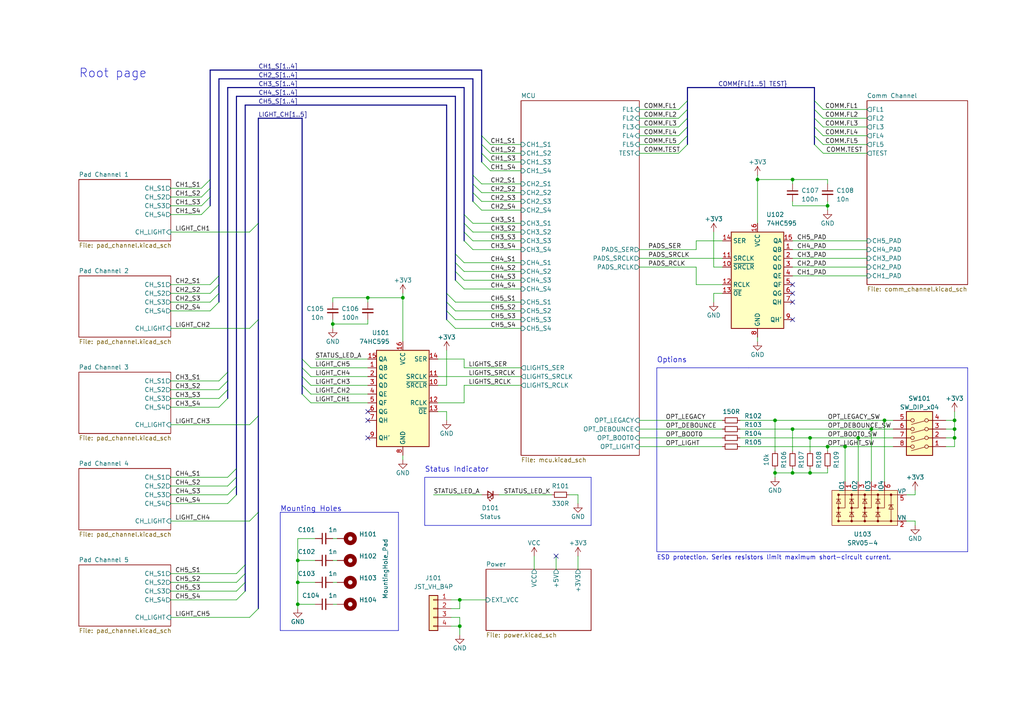
<source format=kicad_sch>
(kicad_sch (version 20230121) (generator eeschema)
  (paper "A4")
  (title_block (title "BD845-PWB SCH") (date "2023-06-14") (rev "1.1.0") (company "BlueDot Arcade, Vincenzo Fortunato") (comment 1 "bluedotarcade.com"))
  (lib_symbols
    (symbol "74xx:74HC595"
      (property "Reference" "U" (at -7.62 13.97 0))
      (property "Value" "74HC595" (at -7.62 -16.51 0))
      (symbol "74HC595_1_0"
        (pin tri_state line (at 10.16 7.62 180) (length 2.54) (name "QB") (number "1"))
        (pin input line (at -10.16 2.54 0) (length 2.54) (name "~{SRCLR}") (number "10"))
        (pin input line (at -10.16 5.08 0) (length 2.54) (name "SRCLK") (number "11"))
        (pin input line (at -10.16 -2.54 0) (length 2.54) (name "RCLK") (number "12"))
        (pin input line (at -10.16 -5.08 0) (length 2.54) (name "~{OE}") (number "13"))
        (pin input line (at -10.16 10.16 0) (length 2.54) (name "SER") (number "14"))
        (pin tri_state line (at 10.16 10.16 180) (length 2.54) (name "QA") (number "15"))
        (pin power_in line (at 0 15.24 270) (length 2.54) (name "VCC") (number "16"))
        (pin tri_state line (at 10.16 5.08 180) (length 2.54) (name "QC") (number "2"))
        (pin tri_state line (at 10.16 2.54 180) (length 2.54) (name "QD") (number "3"))
        (pin tri_state line (at 10.16 0 180) (length 2.54) (name "QE") (number "4"))
        (pin tri_state line (at 10.16 -2.54 180) (length 2.54) (name "QF") (number "5"))
        (pin tri_state line (at 10.16 -5.08 180) (length 2.54) (name "QG") (number "6"))
        (pin tri_state line (at 10.16 -7.62 180) (length 2.54) (name "QH") (number "7"))
        (pin power_in line (at 0 -17.78 90) (length 2.54) (name "GND") (number "8"))
        (pin output line (at 10.16 -12.7 180) (length 2.54) (name "QH'") (number "9"))
      )
      (symbol "74HC595_1_1"
        (rectangle (start -7.62 12.7) (end 7.62 -15.24) (stroke (width 0.254)) (fill (type background)))
      )
    )
    (symbol "Connector_Generic:Conn_01x04" (pin_names (offset 1.016) hide)
      (property "Reference" "J" (at 0 5.08 0))
      (property "Value" "Conn_01x04" (at 0 -7.62 0))
      (symbol "Conn_01x04_1_1"
        (rectangle (start -1.27 -4.953) (end 0 -5.207) (stroke (width 0.1524)))
        (rectangle (start -1.27 -2.413) (end 0 -2.667) (stroke (width 0.1524)))
        (rectangle (start -1.27 0.127) (end 0 -0.127) (stroke (width 0.1524)))
        (rectangle (start -1.27 2.667) (end 0 2.413) (stroke (width 0.1524)))
        (rectangle (start -1.27 3.81) (end 1.27 -6.35) (stroke (width 0.254)) (fill (type background)))
        (pin passive line (at -5.08 2.54 0) (length 3.81) (name "Pin_1") (number "1"))
        (pin passive line (at -5.08 0 0) (length 3.81) (name "Pin_2") (number "2"))
        (pin passive line (at -5.08 -2.54 0) (length 3.81) (name "Pin_3") (number "3"))
        (pin passive line (at -5.08 -5.08 0) (length 3.81) (name "Pin_4") (number "4"))
      )
    )
    (symbol "Device:C_Small" (pin_numbers hide) (pin_names (offset 0.254) hide)
      (property "Reference" "C" (at 0.254 1.778 0))
      (property "Value" "C_Small" (at 0.254 -2.032 0))
      (symbol "C_Small_0_1"
        (polyline (pts (xy -1.524 -0.508) (xy 1.524 -0.508)) (stroke (width 0.3302)))
        (polyline (pts (xy -1.524 0.508) (xy 1.524 0.508)) (stroke (width 0.3048)))
      )
      (symbol "C_Small_1_1"
        (pin passive line (at 0 2.54 270) (length 2.032) (name "~") (number "1"))
        (pin passive line (at 0 -2.54 90) (length 2.032) (name "~") (number "2"))
      )
    )
    (symbol "Device:LED_Small" (pin_numbers hide) (pin_names (offset 0.254) hide)
      (property "Reference" "D" (at -1.27 3.175 0))
      (property "Value" "LED_Small" (at -4.445 -2.54 0))
      (symbol "LED_Small_0_1"
        (polyline (pts (xy -0.762 -1.016) (xy -0.762 1.016)) (stroke (width 0.254)))
        (polyline (pts (xy 1.016 0) (xy -0.762 0)))
        (polyline (pts (xy 0.762 -1.016) (xy -0.762 0) (xy 0.762 1.016) (xy 0.762 -1.016)) (stroke (width 0.254)))
        (polyline (pts (xy 0 0.762) (xy -0.508 1.27) (xy -0.254 1.27) (xy -0.508 1.27) (xy -0.508 1.016)))
        (polyline (pts (xy 0.508 1.27) (xy 0 1.778) (xy 0.254 1.778) (xy 0 1.778) (xy 0 1.524)))
      )
      (symbol "LED_Small_1_1"
        (pin passive line (at -2.54 0 0) (length 1.778) (name "K") (number "1"))
        (pin passive line (at 2.54 0 180) (length 1.778) (name "A") (number "2"))
      )
    )
    (symbol "Device:R_Small" (pin_numbers hide) (pin_names (offset 0.254) hide)
      (property "Reference" "R" (at 0.762 0.508 0))
      (property "Value" "R_Small" (at 0.762 -1.016 0))
      (symbol "R_Small_0_1"
        (rectangle (start -0.762 1.778) (end 0.762 -1.778) (stroke (width 0.2032)))
      )
      (symbol "R_Small_1_1"
        (pin passive line (at 0 2.54 270) (length 0.762) (name "~") (number "1"))
        (pin passive line (at 0 -2.54 90) (length 0.762) (name "~") (number "2"))
      )
    )
    (symbol "Mechanical:MountingHole_Pad" (pin_numbers hide) (pin_names (offset 1.016) hide)
      (property "Reference" "H" (at 0 6.35 0))
      (property "Value" "MountingHole_Pad" (at 0 4.445 0))
      (symbol "MountingHole_Pad_0_1"
        (circle (center 0 1.27) (radius 1.27) (stroke (width 1.27)))
      )
      (symbol "MountingHole_Pad_1_1"
        (pin input line (at 0 -2.54 90) (length 2.54) (name "1") (number "1"))
      )
    )
    (symbol "ProjectLibrary:SRV05-4" (pin_names (offset 0))
      (property "Reference" "U" (at -7.62 -6.985 0))
      (property "Value" "SRV05-4" (at 0 -6.985 0))
      (symbol "SRV05-4_0_0"
        (polyline (pts (xy -6.985 -3.81) (xy -6.985 3.81)))
        (polyline (pts (xy -3.175 -3.81) (xy -3.175 3.81)))
        (polyline (pts (xy 0.635 -3.81) (xy 0.635 3.81)))
        (polyline (pts (xy 4.445 -3.81) (xy 4.445 3.81)))
      )
      (symbol "SRV05-4_0_1"
        (rectangle (start -8.89 5.08) (end 10.16 -5.08) (fill (type background)))
        (circle (center -6.985 -3.81) (radius 0.2794) (fill (type outline)))
        (circle (center -6.985 0) (radius 0.2794) (fill (type outline)))
        (circle (center -6.985 3.81) (radius 0.2794) (fill (type outline)))
        (circle (center -3.175 -3.81) (radius 0.2794) (fill (type outline)))
        (circle (center -3.175 0) (radius 0.2794) (fill (type outline)))
        (circle (center -3.175 3.81) (radius 0.2794) (fill (type outline)))
        (polyline (pts (xy -6.35 -1.27) (xy -7.62 -1.27)))
        (polyline (pts (xy -6.35 2.54) (xy -7.62 2.54)))
        (polyline (pts (xy -2.54 -1.27) (xy -3.81 -1.27)))
        (polyline (pts (xy -2.54 2.54) (xy -3.81 2.54)))
        (polyline (pts (xy 1.27 -1.27) (xy 0 -1.27)))
        (polyline (pts (xy 1.27 2.54) (xy 0 2.54)))
        (polyline (pts (xy 5.08 -1.27) (xy 3.81 -1.27)))
        (polyline (pts (xy 5.08 2.54) (xy 3.81 2.54)))
        (polyline (pts (xy 8.255 3.81) (xy 8.255 -3.81)))
        (polyline (pts (xy 10.16 -3.81) (xy -6.985 -3.81)))
        (polyline (pts (xy 10.16 3.81) (xy -6.985 3.81)))
        (polyline (pts (xy -6.985 0) (xy -5.08 0) (xy -5.08 5.08)))
        (polyline (pts (xy -3.175 0) (xy -1.27 0) (xy -1.27 5.08)))
        (polyline (pts (xy 0.635 0) (xy 2.54 0) (xy 2.54 5.08)))
        (polyline (pts (xy 4.445 0) (xy 6.35 0) (xy 6.35 5.08)))
        (polyline (pts (xy 8.89 0.889) (xy 7.62 0.889) (xy 7.62 0.635)))
        (polyline (pts (xy -6.35 -2.54) (xy -7.62 -2.54) (xy -6.985 -1.27) (xy -6.35 -2.54)))
        (polyline (pts (xy -6.35 1.27) (xy -7.62 1.27) (xy -6.985 2.54) (xy -6.35 1.27)))
        (polyline (pts (xy -2.54 -2.54) (xy -3.81 -2.54) (xy -3.175 -1.27) (xy -2.54 -2.54)))
        (polyline (pts (xy -2.54 1.27) (xy -3.81 1.27) (xy -3.175 2.54) (xy -2.54 1.27)))
        (polyline (pts (xy 1.27 -2.54) (xy 0 -2.54) (xy 0.635 -1.27) (xy 1.27 -2.54)))
        (polyline (pts (xy 1.27 1.27) (xy 0 1.27) (xy 0.635 2.54) (xy 1.27 1.27)))
        (polyline (pts (xy 5.08 -2.54) (xy 3.81 -2.54) (xy 4.445 -1.27) (xy 5.08 -2.54)))
        (polyline (pts (xy 5.08 1.27) (xy 3.81 1.27) (xy 4.445 2.54) (xy 5.08 1.27)))
        (polyline (pts (xy 8.89 -0.381) (xy 7.62 -0.381) (xy 8.255 0.889) (xy 8.89 -0.381)))
        (circle (center 0.635 -3.81) (radius 0.2794) (fill (type outline)))
        (circle (center 0.635 0) (radius 0.2794) (fill (type outline)))
        (circle (center 0.635 3.81) (radius 0.2794) (fill (type outline)))
        (circle (center 4.445 -3.81) (radius 0.2794) (fill (type outline)))
        (circle (center 4.445 0) (radius 0.2794) (fill (type outline)))
        (circle (center 4.445 3.81) (radius 0.2794) (fill (type outline)))
        (circle (center 8.255 -3.81) (radius 0.2794) (fill (type outline)))
        (circle (center 8.255 3.81) (radius 0.2794) (fill (type outline)))
      )
      (symbol "SRV05-4_1_1"
        (pin passive line (at -5.08 7.62 270) (length 2.54) (name "IO1") (number "1"))
        (pin passive line (at 12.7 -3.81 180) (length 2.54) (name "VN") (number "2"))
        (pin passive line (at -1.27 7.62 270) (length 2.54) (name "IO2") (number "3"))
        (pin passive line (at 2.54 7.62 270) (length 2.54) (name "IO3") (number "4"))
        (pin passive line (at 12.7 3.81 180) (length 2.54) (name "VP") (number "5"))
        (pin passive line (at 6.35 7.62 270) (length 2.54) (name "IO4") (number "6"))
      )
    )
    (symbol "Switch:SW_DIP_x04" (pin_names (offset 0) hide)
      (property "Reference" "SW" (at 0 8.89 0))
      (property "Value" "SW_DIP_x04" (at 0 -6.35 0))
      (symbol "SW_DIP_x04_0_0"
        (circle (center -2.032 -2.54) (radius 0.508))
        (circle (center -2.032 0) (radius 0.508))
        (circle (center -2.032 2.54) (radius 0.508))
        (circle (center -2.032 5.08) (radius 0.508))
        (polyline (pts (xy -1.524 -2.3876) (xy 2.3622 -1.3462)))
        (polyline (pts (xy -1.524 0.127) (xy 2.3622 1.1684)))
        (polyline (pts (xy -1.524 2.667) (xy 2.3622 3.7084)))
        (polyline (pts (xy -1.524 5.207) (xy 2.3622 6.2484)))
        (circle (center 2.032 -2.54) (radius 0.508))
        (circle (center 2.032 0) (radius 0.508))
        (circle (center 2.032 2.54) (radius 0.508))
        (circle (center 2.032 5.08) (radius 0.508))
      )
      (symbol "SW_DIP_x04_0_1"
        (rectangle (start -3.81 7.62) (end 3.81 -5.08) (stroke (width 0.254)) (fill (type background)))
      )
      (symbol "SW_DIP_x04_1_1"
        (pin passive line (at -7.62 5.08 0) (length 5.08) (name "~") (number "1"))
        (pin passive line (at -7.62 2.54 0) (length 5.08) (name "~") (number "2"))
        (pin passive line (at -7.62 0 0) (length 5.08) (name "~") (number "3"))
        (pin passive line (at -7.62 -2.54 0) (length 5.08) (name "~") (number "4"))
        (pin passive line (at 7.62 -2.54 180) (length 5.08) (name "~") (number "5"))
        (pin passive line (at 7.62 0 180) (length 5.08) (name "~") (number "6"))
        (pin passive line (at 7.62 2.54 180) (length 5.08) (name "~") (number "7"))
        (pin passive line (at 7.62 5.08 180) (length 5.08) (name "~") (number "8"))
      )
    )
    (symbol "power:+3V3" (power) (pin_names (offset 0))
      (property "Value" "+3V3" (at 0 3.556 0))
      (symbol "+3V3_0_1"
        (polyline (pts (xy -0.762 1.27) (xy 0 2.54)))
        (polyline (pts (xy 0 0) (xy 0 2.54)))
        (polyline (pts (xy 0 2.54) (xy 0.762 1.27)))
      )
      (symbol "+3V3_1_1"
        (pin power_in line (at 0 0 90) (length 0) hide (name "+3V3") (number "1"))
      )
    )
    (symbol "power:GND" (power) (pin_names (offset 0))
      (property "Value" "GND" (at 0 -3.81 0))
      (symbol "GND_0_1"
        (polyline (pts (xy 0 0) (xy 0 -1.27) (xy 1.27 -1.27) (xy 0 -2.54) (xy -1.27 -1.27) (xy 0 -1.27)))
      )
      (symbol "GND_1_1"
        (pin power_in line (at 0 0 270) (length 0) hide (name "GND") (number "1"))
      )
    )
    (symbol "power:VCC" (power) (pin_names (offset 0))
      (property "Value" "VCC" (at 0 3.81 0))
      (symbol "VCC_0_1"
        (polyline (pts (xy -0.762 1.27) (xy 0 2.54)))
        (polyline (pts (xy 0 0) (xy 0 2.54)))
        (polyline (pts (xy 0 2.54) (xy 0.762 1.27)))
      )
      (symbol "VCC_1_1"
        (pin power_in line (at 0 0 90) (length 0) hide (name "VCC") (number "1"))
      )
    )
  )
  (junction (at 276.86 127))
  (junction (at 86.36 162.56))
  (junction (at 224.79 137.16))
  (junction (at 234.95 127))
  (junction (at 248.92 127))
  (junction (at 276.86 121.92))
  (junction (at 234.95 137.16))
  (junction (at 229.87 124.46))
  (junction (at 224.79 121.92))
  (junction (at 86.36 175.26))
  (junction (at 245.11 129.54))
  (junction (at 106.68 86.36))
  (junction (at 86.36 168.91))
  (junction (at 240.03 129.54))
  (junction (at 96.52 93.98))
  (junction (at 229.87 137.16))
  (junction (at 256.54 121.92))
  (junction (at 133.35 181.61))
  (junction (at 276.86 124.46))
  (junction (at 229.87 52.07))
  (junction (at 116.84 86.36))
  (junction (at 219.71 52.07))
  (junction (at 252.73 124.46))
  (junction (at 133.35 173.99))
  (junction (at 240.03 59.69))
  (no_connect (at 161.29 161.29))
  (no_connect (at 106.68 121.92))
  (no_connect (at 229.87 87.63))
  (no_connect (at 106.68 119.38))
  (no_connect (at 229.87 92.71))
  (no_connect (at 229.87 82.55))
  (no_connect (at 229.87 85.09))
  (no_connect (at 106.68 127))
  (bus_entry (at 68.58 171.45) (size 2.54 -2.54))
  (bus_entry (at 134.62 62.23) (size 2.54 2.54))
  (bus_entry (at 68.58 168.91) (size 2.54 -2.54))
  (bus_entry (at 196.85 44.45) (size 2.54 -2.54))
  (bus_entry (at 66.04 140.97) (size 2.54 -2.54))
  (bus_entry (at 72.39 67.31) (size 2.54 -2.54))
  (bus_entry (at 129.54 90.17) (size 2.54 2.54))
  (bus_entry (at 238.76 36.83) (size -2.54 -2.54))
  (bus_entry (at 72.39 123.19) (size 2.54 -2.54))
  (bus_entry (at 87.63 109.22) (size 2.54 2.54))
  (bus_entry (at 132.08 78.74) (size 2.54 2.54))
  (bus_entry (at 68.58 173.99) (size 2.54 -2.54))
  (bus_entry (at 139.7 44.45) (size 2.54 2.54))
  (bus_entry (at 139.7 39.37) (size 2.54 2.54))
  (bus_entry (at 238.76 44.45) (size -2.54 -2.54))
  (bus_entry (at 196.85 39.37) (size 2.54 -2.54))
  (bus_entry (at 196.85 36.83) (size 2.54 -2.54))
  (bus_entry (at 66.04 143.51) (size 2.54 -2.54))
  (bus_entry (at 63.5 118.11) (size 2.54 -2.54))
  (bus_entry (at 134.62 67.31) (size 2.54 2.54))
  (bus_entry (at 196.85 31.75) (size 2.54 -2.54))
  (bus_entry (at 139.7 41.91) (size 2.54 2.54))
  (bus_entry (at 132.08 73.66) (size 2.54 2.54))
  (bus_entry (at 87.63 114.3) (size 2.54 2.54))
  (bus_entry (at 72.39 95.25) (size 2.54 -2.54))
  (bus_entry (at 137.16 53.34) (size 2.54 2.54))
  (bus_entry (at 60.96 82.55) (size 2.54 -2.54))
  (bus_entry (at 137.16 58.42) (size 2.54 2.54))
  (bus_entry (at 196.85 41.91) (size 2.54 -2.54))
  (bus_entry (at 238.76 39.37) (size -2.54 -2.54))
  (bus_entry (at 72.39 179.07) (size 2.54 -2.54))
  (bus_entry (at 66.04 146.05) (size 2.54 -2.54))
  (bus_entry (at 87.63 111.76) (size 2.54 2.54))
  (bus_entry (at 60.96 90.17) (size 2.54 -2.54))
  (bus_entry (at 139.7 46.99) (size 2.54 2.54))
  (bus_entry (at 238.76 34.29) (size -2.54 -2.54))
  (bus_entry (at 87.63 106.68) (size 2.54 2.54))
  (bus_entry (at 132.08 76.2) (size 2.54 2.54))
  (bus_entry (at 66.04 138.43) (size 2.54 -2.54))
  (bus_entry (at 63.5 115.57) (size 2.54 -2.54))
  (bus_entry (at 58.42 62.23) (size 2.54 -2.54))
  (bus_entry (at 238.76 41.91) (size -2.54 -2.54))
  (bus_entry (at 60.96 87.63) (size 2.54 -2.54))
  (bus_entry (at 58.42 54.61) (size 2.54 -2.54))
  (bus_entry (at 60.96 85.09) (size 2.54 -2.54))
  (bus_entry (at 58.42 59.69) (size 2.54 -2.54))
  (bus_entry (at 72.39 151.13) (size 2.54 -2.54))
  (bus_entry (at 63.5 113.03) (size 2.54 -2.54))
  (bus_entry (at 137.16 50.8) (size 2.54 2.54))
  (bus_entry (at 129.54 85.09) (size 2.54 2.54))
  (bus_entry (at 238.76 31.75) (size -2.54 -2.54))
  (bus_entry (at 129.54 87.63) (size 2.54 2.54))
  (bus_entry (at 196.85 34.29) (size 2.54 -2.54))
  (bus_entry (at 137.16 55.88) (size 2.54 2.54))
  (bus_entry (at 63.5 110.49) (size 2.54 -2.54))
  (bus_entry (at 87.63 104.14) (size 2.54 2.54))
  (bus_entry (at 134.62 64.77) (size 2.54 2.54))
  (bus_entry (at 68.58 166.37) (size 2.54 -2.54))
  (bus_entry (at 134.62 69.85) (size 2.54 2.54))
  (bus_entry (at 58.42 57.15) (size 2.54 -2.54))
  (bus_entry (at 132.08 81.28) (size 2.54 2.54))
  (bus_entry (at 129.54 92.71) (size 2.54 2.54))
  (wire (pts (xy 229.87 124.46) (xy 252.73 124.46)))
  (wire (pts (xy 49.53 166.37) (xy 68.58 166.37)))
  (wire (pts (xy 219.71 50.8) (xy 219.71 52.07)))
  (bus (pts (xy 132.08 76.2) (xy 132.08 73.66)))
  (bus (pts (xy 129.54 90.17) (xy 129.54 87.63)))
  (wire (pts (xy 201.93 69.85) (xy 209.55 69.85)))
  (wire (pts (xy 132.08 95.25) (xy 151.13 95.25)))
  (wire (pts (xy 167.64 143.51) (xy 167.64 146.05)))
  (wire (pts (xy 201.93 77.47) (xy 201.93 82.55)))
  (wire (pts (xy 262.89 143.51) (xy 265.43 143.51)))
  (bus (pts (xy 68.58 140.97) (xy 68.58 143.51)))
  (bus (pts (xy 139.7 39.37) (xy 139.7 20.32)))
  (wire (pts (xy 229.87 69.85) (xy 251.46 69.85)))
  (wire (pts (xy 134.62 111.76) (xy 134.62 116.84)))
  (wire (pts (xy 185.42 72.39) (xy 201.93 72.39)))
  (bus (pts (xy 74.93 120.65) (xy 74.93 148.59)))
  (wire (pts (xy 238.76 39.37) (xy 251.46 39.37)))
  (bus (pts (xy 71.12 30.48) (xy 129.54 30.48)))
  (wire (pts (xy 139.7 55.88) (xy 151.13 55.88)))
  (wire (pts (xy 142.24 49.53) (xy 151.13 49.53)))
  (bus (pts (xy 71.12 166.37) (xy 71.12 168.91)))
  (wire (pts (xy 201.93 72.39) (xy 201.93 69.85)))
  (bus (pts (xy 68.58 135.89) (xy 68.58 138.43)))
  (wire (pts (xy 134.62 83.82) (xy 151.13 83.82)))
  (bus (pts (xy 74.93 148.59) (xy 74.93 176.53)))
  (bus (pts (xy 63.5 85.09) (xy 63.5 87.63)))
  (bus (pts (xy 199.39 31.75) (xy 199.39 29.21)))
  (wire (pts (xy 151.13 106.68) (xy 134.62 106.68)))
  (wire (pts (xy 127 111.76) (xy 129.54 111.76)))
  (wire (pts (xy 238.76 44.45) (xy 251.46 44.45)))
  (bus (pts (xy 60.96 52.07) (xy 60.96 54.61)))
  (bus (pts (xy 74.93 92.71) (xy 74.93 120.65)))
  (wire (pts (xy 248.92 127) (xy 248.92 139.7)))
  (wire (pts (xy 90.17 114.3) (xy 106.68 114.3)))
  (wire (pts (xy 185.42 74.93) (xy 209.55 74.93)))
  (polyline (pts (xy 280.67 106.68) (xy 280.67 160.02)))
  (wire (pts (xy 240.03 52.07) (xy 240.03 53.34)))
  (wire (pts (xy 185.42 41.91) (xy 196.85 41.91)))
  (bus (pts (xy 68.58 138.43) (xy 68.58 140.97)))
  (wire (pts (xy 49.53 87.63) (xy 60.96 87.63)))
  (bus (pts (xy 60.96 20.32) (xy 139.7 20.32)))
  (bus (pts (xy 139.7 44.45) (xy 139.7 41.91)))
  (wire (pts (xy 137.16 69.85) (xy 151.13 69.85)))
  (wire (pts (xy 276.86 124.46) (xy 276.86 127)))
  (wire (pts (xy 252.73 124.46) (xy 259.08 124.46)))
  (bus (pts (xy 236.22 29.21) (xy 236.22 25.4)))
  (wire (pts (xy 274.32 121.92) (xy 276.86 121.92)))
  (wire (pts (xy 234.95 127) (xy 248.92 127)))
  (wire (pts (xy 224.79 121.92) (xy 224.79 130.81)))
  (wire (pts (xy 238.76 41.91) (xy 251.46 41.91)))
  (polyline (pts (xy 115.57 148.59) (xy 115.57 182.88)))
  (wire (pts (xy 116.84 132.08) (xy 116.84 133.35)))
  (bus (pts (xy 66.04 113.03) (xy 66.04 110.49)))
  (wire (pts (xy 125.73 143.51) (xy 139.7 143.51)))
  (wire (pts (xy 86.36 168.91) (xy 86.36 162.56)))
  (wire (pts (xy 137.16 67.31) (xy 151.13 67.31)))
  (bus (pts (xy 74.93 64.77) (xy 74.93 92.71)))
  (wire (pts (xy 86.36 175.26) (xy 91.44 175.26)))
  (bus (pts (xy 129.54 87.63) (xy 129.54 85.09)))
  (bus (pts (xy 66.04 25.4) (xy 134.62 25.4)))
  (wire (pts (xy 96.52 175.26) (xy 97.79 175.26)))
  (wire (pts (xy 49.53 173.99) (xy 68.58 173.99)))
  (bus (pts (xy 199.39 34.29) (xy 199.39 31.75)))
  (wire (pts (xy 185.42 44.45) (xy 196.85 44.45)))
  (wire (pts (xy 229.87 59.69) (xy 229.87 58.42)))
  (wire (pts (xy 132.08 92.71) (xy 151.13 92.71)))
  (wire (pts (xy 276.86 119.38) (xy 276.86 121.92)))
  (wire (pts (xy 256.54 121.92) (xy 259.08 121.92)))
  (wire (pts (xy 132.08 90.17) (xy 151.13 90.17)))
  (wire (pts (xy 90.17 106.68) (xy 106.68 106.68)))
  (wire (pts (xy 185.42 31.75) (xy 196.85 31.75)))
  (wire (pts (xy 49.53 143.51) (xy 66.04 143.51)))
  (bus (pts (xy 137.16 53.34) (xy 137.16 55.88)))
  (wire (pts (xy 96.52 92.71) (xy 96.52 93.98)))
  (bus (pts (xy 132.08 81.28) (xy 132.08 78.74)))
  (wire (pts (xy 86.36 162.56) (xy 91.44 162.56)))
  (wire (pts (xy 49.53 57.15) (xy 58.42 57.15)))
  (wire (pts (xy 185.42 121.92) (xy 209.55 121.92)))
  (wire (pts (xy 134.62 106.68) (xy 134.62 104.14)))
  (wire (pts (xy 96.52 93.98) (xy 96.52 95.25)))
  (bus (pts (xy 87.63 34.29) (xy 87.63 104.14)))
  (wire (pts (xy 139.7 53.34) (xy 151.13 53.34)))
  (wire (pts (xy 151.13 109.22) (xy 127 109.22)))
  (wire (pts (xy 49.53 171.45) (xy 68.58 171.45)))
  (wire (pts (xy 276.86 121.92) (xy 276.86 124.46)))
  (polyline (pts (xy 123.19 138.43) (xy 123.19 152.4)))
  (wire (pts (xy 49.53 140.97) (xy 66.04 140.97)))
  (wire (pts (xy 96.52 86.36) (xy 96.52 87.63)))
  (wire (pts (xy 165.1 143.51) (xy 167.64 143.51)))
  (wire (pts (xy 276.86 127) (xy 276.86 129.54)))
  (polyline (pts (xy 123.19 152.4) (xy 171.45 152.4)))
  (wire (pts (xy 185.42 129.54) (xy 209.55 129.54)))
  (wire (pts (xy 262.89 151.13) (xy 265.43 151.13)))
  (wire (pts (xy 130.81 181.61) (xy 133.35 181.61)))
  (wire (pts (xy 49.53 118.11) (xy 63.5 118.11)))
  (wire (pts (xy 139.7 58.42) (xy 151.13 58.42)))
  (wire (pts (xy 240.03 129.54) (xy 240.03 130.81)))
  (wire (pts (xy 248.92 127) (xy 259.08 127)))
  (wire (pts (xy 214.63 121.92) (xy 224.79 121.92)))
  (wire (pts (xy 229.87 137.16) (xy 229.87 135.89)))
  (bus (pts (xy 137.16 50.8) (xy 137.16 22.86)))
  (wire (pts (xy 106.68 92.71) (xy 106.68 93.98)))
  (bus (pts (xy 134.62 64.77) (xy 134.62 67.31)))
  (wire (pts (xy 144.78 143.51) (xy 160.02 143.51)))
  (bus (pts (xy 236.22 39.37) (xy 236.22 36.83)))
  (bus (pts (xy 236.22 34.29) (xy 236.22 31.75)))
  (wire (pts (xy 224.79 137.16) (xy 224.79 138.43)))
  (wire (pts (xy 151.13 111.76) (xy 134.62 111.76)))
  (bus (pts (xy 87.63 106.68) (xy 87.63 109.22)))
  (wire (pts (xy 132.08 87.63) (xy 151.13 87.63)))
  (wire (pts (xy 229.87 52.07) (xy 240.03 52.07)))
  (wire (pts (xy 209.55 85.09) (xy 207.01 85.09)))
  (bus (pts (xy 63.5 22.86) (xy 137.16 22.86)))
  (polyline (pts (xy 81.28 148.59) (xy 115.57 148.59)) (stroke (width 0) (type solid)))
  (wire (pts (xy 137.16 72.39) (xy 151.13 72.39)))
  (polyline (pts (xy 171.45 152.4) (xy 171.45 138.43)))
  (bus (pts (xy 63.5 80.01) (xy 63.5 82.55)))
  (wire (pts (xy 142.24 41.91) (xy 151.13 41.91)))
  (wire (pts (xy 49.53 151.13) (xy 72.39 151.13)))
  (wire (pts (xy 86.36 175.26) (xy 86.36 176.53)))
  (bus (pts (xy 68.58 27.94) (xy 132.08 27.94)))
  (wire (pts (xy 86.36 175.26) (xy 86.36 168.91)))
  (bus (pts (xy 139.7 46.99) (xy 139.7 44.45)))
  (wire (pts (xy 207.01 77.47) (xy 207.01 67.31)))
  (wire (pts (xy 86.36 168.91) (xy 91.44 168.91)))
  (bus (pts (xy 71.12 30.48) (xy 71.12 163.83)))
  (wire (pts (xy 90.17 116.84) (xy 106.68 116.84)))
  (wire (pts (xy 240.03 59.69) (xy 229.87 59.69)))
  (bus (pts (xy 236.22 41.91) (xy 236.22 39.37)))
  (polyline (pts (xy 217.17 106.68) (xy 280.67 106.68)))
  (bus (pts (xy 71.12 163.83) (xy 71.12 166.37)))
  (wire (pts (xy 133.35 176.53) (xy 133.35 173.99)))
  (wire (pts (xy 274.32 127) (xy 276.86 127)))
  (bus (pts (xy 134.62 25.4) (xy 134.62 62.23)))
  (wire (pts (xy 137.16 64.77) (xy 151.13 64.77)))
  (wire (pts (xy 209.55 77.47) (xy 207.01 77.47)))
  (wire (pts (xy 90.17 109.22) (xy 106.68 109.22)))
  (wire (pts (xy 185.42 36.83) (xy 196.85 36.83)))
  (wire (pts (xy 229.87 124.46) (xy 229.87 130.81)))
  (bus (pts (xy 60.96 20.32) (xy 60.96 52.07)))
  (bus (pts (xy 137.16 50.8) (xy 137.16 53.34)))
  (wire (pts (xy 49.53 123.19) (xy 72.39 123.19)))
  (bus (pts (xy 132.08 78.74) (xy 132.08 76.2)))
  (wire (pts (xy 265.43 143.51) (xy 265.43 142.24)))
  (polyline (pts (xy 190.5 106.68) (xy 217.17 106.68)))
  (wire (pts (xy 219.71 97.79) (xy 219.71 99.06)))
  (bus (pts (xy 139.7 41.91) (xy 139.7 39.37)))
  (wire (pts (xy 240.03 135.89) (xy 240.03 137.16)))
  (wire (pts (xy 49.53 82.55) (xy 60.96 82.55)))
  (wire (pts (xy 229.87 137.16) (xy 234.95 137.16)))
  (wire (pts (xy 245.11 129.54) (xy 245.11 139.7)))
  (wire (pts (xy 219.71 52.07) (xy 229.87 52.07)))
  (bus (pts (xy 132.08 73.66) (xy 132.08 27.94)))
  (bus (pts (xy 199.39 41.91) (xy 199.39 39.37)))
  (wire (pts (xy 167.64 161.29) (xy 167.64 165.1)))
  (wire (pts (xy 134.62 76.2) (xy 151.13 76.2)))
  (polyline (pts (xy 81.28 182.88) (xy 81.28 148.59)))
  (wire (pts (xy 49.53 62.23) (xy 58.42 62.23)))
  (wire (pts (xy 96.52 93.98) (xy 106.68 93.98)))
  (wire (pts (xy 96.52 156.21) (xy 97.79 156.21)))
  (wire (pts (xy 219.71 52.07) (xy 219.71 64.77)))
  (wire (pts (xy 229.87 74.93) (xy 251.46 74.93)))
  (wire (pts (xy 224.79 121.92) (xy 256.54 121.92)))
  (wire (pts (xy 185.42 127) (xy 209.55 127)))
  (wire (pts (xy 96.52 162.56) (xy 97.79 162.56)))
  (wire (pts (xy 214.63 127) (xy 234.95 127)))
  (bus (pts (xy 87.63 111.76) (xy 87.63 114.3)))
  (wire (pts (xy 238.76 34.29) (xy 251.46 34.29)))
  (polyline (pts (xy 190.5 160.02) (xy 190.5 106.68)))
  (wire (pts (xy 133.35 173.99) (xy 140.97 173.99)))
  (wire (pts (xy 49.53 67.31) (xy 72.39 67.31)))
  (wire (pts (xy 106.68 86.36) (xy 96.52 86.36)))
  (wire (pts (xy 49.53 168.91) (xy 68.58 168.91)))
  (wire (pts (xy 142.24 46.99) (xy 151.13 46.99)))
  (wire (pts (xy 240.03 59.69) (xy 240.03 60.96)))
  (wire (pts (xy 229.87 80.01) (xy 251.46 80.01)))
  (wire (pts (xy 185.42 34.29) (xy 196.85 34.29)))
  (bus (pts (xy 236.22 31.75) (xy 236.22 29.21)))
  (wire (pts (xy 256.54 121.92) (xy 256.54 139.7)))
  (wire (pts (xy 96.52 168.91) (xy 97.79 168.91)))
  (wire (pts (xy 238.76 31.75) (xy 251.46 31.75)))
  (wire (pts (xy 49.53 179.07) (xy 72.39 179.07)))
  (wire (pts (xy 207.01 85.09) (xy 207.01 87.63)))
  (wire (pts (xy 49.53 138.43) (xy 66.04 138.43)))
  (wire (pts (xy 49.53 85.09) (xy 60.96 85.09)))
  (wire (pts (xy 90.17 111.76) (xy 106.68 111.76)))
  (wire (pts (xy 49.53 113.03) (xy 63.5 113.03)))
  (wire (pts (xy 185.42 39.37) (xy 196.85 39.37)))
  (wire (pts (xy 154.94 161.29) (xy 154.94 165.1)))
  (polyline (pts (xy 280.67 160.02) (xy 190.5 160.02)))
  (wire (pts (xy 133.35 173.99) (xy 130.81 173.99)))
  (bus (pts (xy 63.5 82.55) (xy 63.5 85.09)))
  (wire (pts (xy 234.95 127) (xy 234.95 130.81)))
  (wire (pts (xy 49.53 146.05) (xy 66.04 146.05)))
  (wire (pts (xy 133.35 179.07) (xy 133.35 181.61)))
  (bus (pts (xy 66.04 115.57) (xy 66.04 113.03)))
  (bus (pts (xy 199.39 29.21) (xy 199.39 25.4)))
  (bus (pts (xy 129.54 85.09) (xy 129.54 30.48)))
  (wire (pts (xy 224.79 137.16) (xy 224.79 135.89)))
  (wire (pts (xy 185.42 77.47) (xy 201.93 77.47)))
  (bus (pts (xy 71.12 168.91) (xy 71.12 171.45)))
  (wire (pts (xy 185.42 124.46) (xy 209.55 124.46)))
  (wire (pts (xy 214.63 124.46) (xy 229.87 124.46)))
  (wire (pts (xy 234.95 137.16) (xy 240.03 137.16)))
  (bus (pts (xy 60.96 57.15) (xy 60.96 59.69)))
  (wire (pts (xy 274.32 129.54) (xy 276.86 129.54)))
  (bus (pts (xy 134.62 67.31) (xy 134.62 69.85)))
  (wire (pts (xy 201.93 82.55) (xy 209.55 82.55)))
  (bus (pts (xy 199.39 39.37) (xy 199.39 36.83)))
  (wire (pts (xy 134.62 81.28) (xy 151.13 81.28)))
  (wire (pts (xy 240.03 129.54) (xy 245.11 129.54)))
  (wire (pts (xy 106.68 87.63) (xy 106.68 86.36)))
  (bus (pts (xy 199.39 25.4) (xy 236.22 25.4)))
  (bus (pts (xy 74.93 34.29) (xy 74.93 64.77)))
  (wire (pts (xy 116.84 85.09) (xy 116.84 86.36)))
  (wire (pts (xy 134.62 104.14) (xy 127 104.14)))
  (wire (pts (xy 161.29 161.29) (xy 161.29 165.1)))
  (wire (pts (xy 49.53 110.49) (xy 63.5 110.49)))
  (wire (pts (xy 214.63 129.54) (xy 240.03 129.54)))
  (wire (pts (xy 142.24 44.45) (xy 151.13 44.45)))
  (bus (pts (xy 60.96 54.61) (xy 60.96 57.15)))
  (bus (pts (xy 66.04 107.95) (xy 66.04 25.4)))
  (wire (pts (xy 91.44 104.14) (xy 106.68 104.14)))
  (wire (pts (xy 129.54 111.76) (xy 129.54 101.6)))
  (bus (pts (xy 87.63 34.29) (xy 74.93 34.29)))
  (polyline (pts (xy 115.57 182.88) (xy 81.28 182.88)))
  (wire (pts (xy 134.62 78.74) (xy 151.13 78.74)))
  (bus (pts (xy 129.54 92.71) (xy 129.54 90.17)))
  (wire (pts (xy 274.32 124.46) (xy 276.86 124.46)))
  (wire (pts (xy 245.11 129.54) (xy 259.08 129.54)))
  (wire (pts (xy 234.95 137.16) (xy 234.95 135.89)))
  (wire (pts (xy 86.36 162.56) (xy 86.36 156.21)))
  (wire (pts (xy 86.36 156.21) (xy 91.44 156.21)))
  (wire (pts (xy 229.87 77.47) (xy 251.46 77.47)))
  (wire (pts (xy 49.53 90.17) (xy 60.96 90.17)))
  (wire (pts (xy 49.53 54.61) (xy 58.42 54.61)))
  (wire (pts (xy 229.87 53.34) (xy 229.87 52.07)))
  (wire (pts (xy 130.81 176.53) (xy 133.35 176.53)))
  (bus (pts (xy 236.22 36.83) (xy 236.22 34.29)))
  (wire (pts (xy 49.53 59.69) (xy 58.42 59.69)))
  (bus (pts (xy 134.62 62.23) (xy 134.62 64.77)))
  (bus (pts (xy 87.63 104.14) (xy 87.63 106.68)))
  (wire (pts (xy 49.53 95.25) (xy 72.39 95.25)))
  (bus (pts (xy 137.16 55.88) (xy 137.16 58.42)))
  (wire (pts (xy 133.35 181.61) (xy 133.35 184.15)))
  (wire (pts (xy 265.43 151.13) (xy 265.43 152.4)))
  (wire (pts (xy 127 119.38) (xy 129.54 119.38)))
  (bus (pts (xy 68.58 27.94) (xy 68.58 135.89)))
  (wire (pts (xy 252.73 124.46) (xy 252.73 139.7)))
  (wire (pts (xy 130.81 179.07) (xy 133.35 179.07)))
  (wire (pts (xy 240.03 58.42) (xy 240.03 59.69)))
  (wire (pts (xy 139.7 60.96) (xy 151.13 60.96)))
  (polyline (pts (xy 171.45 138.43) (xy 123.19 138.43)))
  (bus (pts (xy 87.63 109.22) (xy 87.63 111.76)))
  (wire (pts (xy 134.62 116.84) (xy 127 116.84)))
  (wire (pts (xy 116.84 86.36) (xy 106.68 86.36)))
  (wire (pts (xy 229.87 72.39) (xy 251.46 72.39)))
  (wire (pts (xy 238.76 36.83) (xy 251.46 36.83)))
  (wire (pts (xy 116.84 86.36) (xy 116.84 99.06)))
  (bus (pts (xy 66.04 110.49) (xy 66.04 107.95)))
  (bus (pts (xy 199.39 36.83) (xy 199.39 34.29)))
  (bus (pts (xy 63.5 22.86) (xy 63.5 80.01)))
  (wire (pts (xy 129.54 119.38) (xy 129.54 121.92)))
  (wire (pts (xy 49.53 115.57) (xy 63.5 115.57)))
  (wire (pts (xy 224.79 137.16) (xy 229.87 137.16)))
  (text "ESD protection. Series resistors limit maximum short-circuit current." (at 190.5 162.56 0) (effects (font (size 1.27 1.27)) (justify left bottom)))
  (text "Root page" (at 22.86 22.86 0) (effects (font (size 2.54 2.54)) (justify left bottom)))
  (text "Options" (at 190.5 105.41 0) (effects (font (size 1.524 1.524)) (justify left bottom)))
  (text "Status Indicator" (at 123.19 137.16 0) (effects (font (size 1.524 1.524)) (justify left bottom)))
  (text "Mounting Holes" (at 81.28 148.59 0) (effects (font (size 1.524 1.524)) (justify left bottom)))
  (label "CH1_S1" (at 50.8 54.61 0))
  (label "COMM.FL4" (at 186.69 39.37 0))
  (label "CH3_PAD" (at 231.14 74.93 0))
  (label "COMM.FL5" (at 248.92 41.91 180))
  (label "CH4_S2" (at 50.8 140.97 0))
  (label "CH1_S3" (at 50.8 59.69 0))
  (label "CH5_S4" (at 50.8 173.99 0))
  (label "CH3_S2" (at 50.8 113.03 0))
  (label "CH1_S1" (at 142.24 41.91 0))
  (label "CH2_S4" (at 50.8 90.17 0))
  (label "CH3_S2" (at 142.24 67.31 0))
  (label "CH5_S1" (at 50.8 166.37 0))
  (label "CH3_S4" (at 50.8 118.11 0))
  (label "STATUS_LED_A" (at 91.44 104.14 0))
  (label "CH5_S2" (at 142.24 90.17 0))
  (label "OPT_LEGACY" (at 193.04 121.92 0))
  (label "CH4_S1" (at 142.24 76.2 0))
  (label "OPT_BOOT0" (at 193.04 127 0))
  (label "CH3_S1" (at 142.24 64.77 0))
  (label "LIGHTS_SRCLK" (at 135.89 109.22 0))
  (label "CH5_S3" (at 142.24 92.71 0))
  (label "LIGHT_CH4" (at 50.8 151.13 0))
  (label "CH5_S1" (at 142.24 87.63 0))
  (label "COMM.FL2" (at 248.92 34.29 180))
  (label "CH1_S3" (at 142.24 46.99 0))
  (label "PADS_RCLK" (at 187.96 77.47 0))
  (label "COMM.FL1" (at 186.69 31.75 0))
  (label "LIGHT_CH[1..5]" (at 74.93 34.29 0))
  (label "CH2_PAD" (at 231.14 77.47 0))
  (label "CH1_S[1..4]" (at 74.93 20.32 0))
  (label "CH5_S2" (at 50.8 168.91 0))
  (label "LIGHT_CH1" (at 50.8 67.31 0))
  (label "STATUS_LED_K" (at 146.05 143.51 0))
  (label "CH5_S3" (at 50.8 171.45 0))
  (label "COMM{FL[1..5] TEST}" (at 208.28 25.4 0))
  (label "LIGHT_CH2" (at 91.44 114.3 0))
  (label "CH4_S4" (at 142.24 83.82 0))
  (label "CH4_S3" (at 50.8 143.51 0))
  (label "CH4_S3" (at 142.24 81.28 0))
  (label "COMM.FL3" (at 186.69 36.83 0))
  (label "OPT_LEGACY_SW" (at 240.03 121.92 0))
  (label "LIGHT_CH5" (at 50.8 179.07 0))
  (label "COMM.TEST" (at 186.69 44.45 0))
  (label "CH2_S4" (at 142.24 60.96 0))
  (label "OPT_LIGHT_SW" (at 240.03 129.54 0))
  (label "LIGHT_CH3" (at 91.44 111.76 0))
  (label "CH4_S2" (at 142.24 78.74 0))
  (label "CH4_S4" (at 50.8 146.05 0))
  (label "OPT_BOOT0_SW" (at 240.03 127 0))
  (label "COMM.TEST" (at 250.19 44.45 180))
  (label "OPT_DEBOUNCE_SW" (at 240.03 124.46 0))
  (label "CH5_S4" (at 142.24 95.25 0))
  (label "CH4_S1" (at 50.8 138.43 0))
  (label "CH1_S4" (at 142.24 49.53 0))
  (label "CH2_S1" (at 142.24 53.34 0))
  (label "CH1_S2" (at 142.24 44.45 0))
  (label "LIGHT_CH4" (at 91.44 109.22 0))
  (label "CH3_S4" (at 142.24 72.39 0))
  (label "CH4_PAD" (at 231.14 72.39 0))
  (label "COMM.FL5" (at 186.69 41.91 0))
  (label "CH4_S[1..4]" (at 74.93 27.94 0))
  (label "CH5_S[1..4]" (at 74.93 30.48 0))
  (label "LIGHTS_RCLK" (at 135.89 111.76 0))
  (label "CH2_S3" (at 50.8 87.63 0))
  (label "STATUS_LED_A" (at 125.73 143.51 0))
  (label "LIGHT_CH3" (at 50.8 123.19 0))
  (label "LIGHT_CH5" (at 91.44 106.68 0))
  (label "PADS_SER" (at 187.96 72.39 0))
  (label "CH2_S[1..4]" (at 74.93 22.86 0))
  (label "CH2_S2" (at 142.24 55.88 0))
  (label "CH3_S[1..4]" (at 74.93 25.4 0))
  (label "LIGHT_CH1" (at 91.44 116.84 0))
  (label "OPT_DEBOUNCE" (at 193.04 124.46 0))
  (label "CH1_PAD" (at 231.14 80.01 0))
  (label "CH2_S2" (at 50.8 85.09 0))
  (label "CH3_S1" (at 50.8 110.49 0))
  (label "COMM.FL3" (at 248.92 36.83 180))
  (label "LIGHTS_SER" (at 135.89 106.68 0))
  (label "OPT_LIGHT" (at 193.04 129.54 0))
  (label "COMM.FL4" (at 248.92 39.37 180))
  (label "CH3_S3" (at 50.8 115.57 0))
  (label "LIGHT_CH2" (at 50.8 95.25 0))
  (label "PADS_SRCLK" (at 187.96 74.93 0))
  (label "COMM.FL1" (at 248.92 31.75 180))
  (label "CH3_S3" (at 142.24 69.85 0))
  (label "CH5_PAD" (at 231.14 69.85 0))
  (label "CH1_S4" (at 50.8 62.23 0))
  (label "CH2_S3" (at 142.24 58.42 0))
  (label "CH1_S2" (at 50.8 57.15 0))
  (label "COMM.FL2" (at 186.69 34.29 0))
  (label "CH2_S1" (at 50.8 82.55 0))
  (symbol (lib_id "Device:C_Small") (at 240.03 55.88 0) (unit 1)
    (property "Reference" "C108" (at 242.57 55.2513 0) (effects (justify left)))
    (property "Value" "10n" (at 242.57 57.7913 0) (effects (justify left)))
    (property "Footprint" "Capacitor_SMD:C_0603_1608Metric" (effects hide))
    (property "JLCPCB Part #" "C57112" (effects hide))
  )
  (symbol (lib_id "Mechanical:MountingHole_Pad") (at 100.33 162.56 270) (unit 1)
    (property "Reference" "H102" (at 104.14 161.29 90) (effects (justify left)))
    (property "Value" "MountingHole_Pad" (effects hide))
    (property "Footprint" "MountingHole:MountingHole_4mm_Pad_Via" (effects hide))
  )
  (symbol (lib_id "Device:C_Small") (at 93.98 168.91 90) (unit 1)
    (property "Reference" "C103" (at 88.9 166.37 90))
    (property "Value" "1n" (at 96.52 166.37 90))
    (property "Footprint" "Capacitor_SMD:C_0603_1608Metric" (effects hide))
    (property "JLCPCB Part #" "C1588" (effects hide))
  )
  (symbol (lib_id "Device:R_Small") (at 212.09 129.54 270) (unit 1)
    (property "Reference" "R105" (at 218.44 128.27 90))
    (property "Value" "150R" (effects hide))
    (property "Footprint" "Resistor_SMD:R_0603_1608Metric" (effects hide))
    (property "JLCPCB Part #" "C22808" (effects hide))
  )
  (symbol (lib_id "power:GND") (at 240.03 60.96 0) (unit 1)
    (property "Reference" "#PWR0103" (effects hide))
    (property "Value" "GND" (at 240.03 64.77 0))
  )
  (symbol (lib_id "power:+3V3") (at 167.64 161.29 0) (unit 1)
    (property "Reference" "#PWR0113" (effects hide))
    (property "Value" "+3V3" (at 167.64 157.48 0))
  )
  (symbol (lib_id "power:GND") (at 219.71 99.06 0) (mirror y) (unit 1)
    (property "Reference" "#PWR0101" (effects hide))
    (property "Value" "GND" (at 219.71 102.87 0))
  )
  (symbol (lib_id "Device:C_Small") (at 93.98 175.26 90) (unit 1)
    (property "Reference" "C104" (at 90.17 172.72 90))
    (property "Value" "1n" (at 96.52 172.72 90))
    (property "Footprint" "Capacitor_SMD:C_0603_1608Metric" (effects hide))
    (property "JLCPCB Part #" "C1588" (effects hide))
  )
  (symbol (lib_id "Device:R_Small") (at 212.09 124.46 270) (unit 1)
    (property "Reference" "R103" (at 218.44 123.19 90))
    (property "Value" "150R" (effects hide))
    (property "Footprint" "Resistor_SMD:R_0603_1608Metric" (effects hide))
    (property "JLCPCB Part #" "C22808" (effects hide))
  )
  (symbol (lib_id "power:VCC") (at 154.94 161.29 0) (unit 1)
    (property "Reference" "#PWR0112" (effects hide))
    (property "Value" "VCC" (at 154.94 157.48 0))
  )
  (symbol (lib_id "Device:R_Small") (at 224.79 133.35 0) (mirror y) (unit 1)
    (property "Reference" "R106" (at 227.33 133.35 90))
    (property "Value" "10k" (at 222.25 133.35 90))
    (property "Footprint" "Resistor_SMD:R_0603_1608Metric" (effects hide))
    (property "JLCPCB Part #" "C25804" (effects hide))
  )
  (symbol (lib_id "power:GND") (at 167.64 146.05 0) (unit 1)
    (property "Reference" "#PWR0111" (effects hide))
    (property "Value" "GND" (at 167.64 149.86 0))
  )
  (symbol (lib_id "Device:R_Small") (at 240.03 133.35 0) (mirror y) (unit 1)
    (property "Reference" "R109" (at 242.57 133.35 90))
    (property "Value" "10k" (effects hide))
    (property "Footprint" "Resistor_SMD:R_0603_1608Metric" (effects hide))
    (property "JLCPCB Part #" "C25804" (effects hide))
  )
  (symbol (lib_id "power:GND") (at 116.84 133.35 0) (unit 1)
    (property "Reference" "#PWR0119" (effects hide))
    (property "Value" "GND" (at 116.84 137.16 0))
  )
  (symbol (lib_id "power:+3V3") (at 129.54 101.6 0) (unit 1)
    (property "Reference" "#PWR0117" (effects hide))
    (property "Value" "+3V3" (at 129.54 97.79 0))
  )
  (symbol (lib_id "power:+3V3") (at 219.71 50.8 0) (mirror y) (unit 1)
    (property "Reference" "#PWR0102" (effects hide))
    (property "Value" "+3V3" (at 219.71 46.99 0))
  )
  (symbol (lib_id "Device:R_Small") (at 234.95 133.35 0) (mirror y) (unit 1)
    (property "Reference" "R108" (at 237.49 133.35 90))
    (property "Value" "10k" (effects hide))
    (property "Footprint" "Resistor_SMD:R_0603_1608Metric" (effects hide))
    (property "JLCPCB Part #" "C25804" (effects hide))
  )
  (symbol (lib_id "power:+3V3") (at 207.01 67.31 0) (mirror y) (unit 1)
    (property "Reference" "#PWR0105" (effects hide))
    (property "Value" "+3V3" (at 207.01 63.5 0))
  )
  (symbol (lib_id "Device:C_Small") (at 93.98 162.56 90) (unit 1)
    (property "Reference" "C102" (at 88.9 160.02 90))
    (property "Value" "1n" (at 96.52 160.02 90))
    (property "Footprint" "Capacitor_SMD:C_0603_1608Metric" (effects hide))
    (property "JLCPCB Part #" "C1588" (effects hide))
  )
  (symbol (lib_id "power:GND") (at 265.43 152.4 0) (unit 1)
    (property "Reference" "#PWR0107" (effects hide))
    (property "Value" "GND" (at 265.43 156.21 0))
  )
  (symbol (lib_id "Mechanical:MountingHole_Pad") (at 100.33 168.91 270) (unit 1)
    (property "Reference" "H103" (at 104.14 167.64 90) (effects (justify left)))
    (property "Value" "MountingHole_Pad" (effects hide))
    (property "Footprint" "MountingHole:MountingHole_4mm_Pad_Via" (effects hide))
  )
  (symbol (lib_id "power:GND") (at 96.52 95.25 0) (mirror y) (unit 1)
    (property "Reference" "#PWR0116" (effects hide))
    (property "Value" "GND" (at 96.52 99.06 0))
  )
  (symbol (lib_id "Mechanical:MountingHole_Pad") (at 100.33 175.26 270) (unit 1)
    (property "Reference" "H104" (at 104.14 173.99 90) (effects (justify left)))
    (property "Value" "MountingHole_Pad" (effects hide))
    (property "Footprint" "MountingHole:MountingHole_4mm_Pad_Via" (effects hide))
  )
  (symbol (lib_id "Device:C_Small") (at 229.87 55.88 0) (unit 1)
    (property "Reference" "C107" (at 232.41 55.2513 0) (effects (justify left)))
    (property "Value" "100n" (at 232.41 57.7913 0) (effects (justify left)))
    (property "Footprint" "Capacitor_SMD:C_0603_1608Metric" (effects hide))
    (property "JLCPCB Part #" "C14663" (effects hide))
  )
  (symbol (lib_id "Device:C_Small") (at 106.68 90.17 0) (mirror y) (unit 1)
    (property "Reference" "C106" (at 104.14 89.5413 0) (effects (justify left)))
    (property "Value" "100n" (at 104.14 92.0813 0) (effects (justify left)))
    (property "Footprint" "Capacitor_SMD:C_0603_1608Metric" (effects hide))
    (property "JLCPCB Part #" "C14663" (effects hide))
  )
  (symbol (lib_id "power:GND") (at 224.79 138.43 0) (mirror y) (unit 1)
    (property "Reference" "#PWR0106" (effects hide))
    (property "Value" "GND" (at 224.79 142.24 0))
  )
  (symbol (lib_id "power:GND") (at 129.54 121.92 0) (unit 1)
    (property "Reference" "#PWR0118" (effects hide))
    (property "Value" "GND" (at 129.54 125.73 0))
  )
  (symbol (lib_id "Mechanical:MountingHole_Pad") (at 100.33 156.21 270) (unit 1)
    (property "Reference" "H101" (at 104.14 154.94 90) (effects (justify left)))
    (property "Value" "MountingHole_Pad" (at 111.76 156.21 0) (effects (justify left)))
    (property "Footprint" "MountingHole:MountingHole_4mm_Pad_Via" (effects hide))
  )
  (symbol (lib_id "Device:C_Small") (at 96.52 90.17 0) (mirror y) (unit 1)
    (property "Reference" "C105" (at 93.98 89.5413 0) (effects (justify left)))
    (property "Value" "10n" (at 93.98 92.0813 0) (effects (justify left)))
    (property "Footprint" "Capacitor_SMD:C_0603_1608Metric" (effects hide))
    (property "JLCPCB Part #" "C57112" (effects hide))
  )
  (symbol (lib_id "74xx:74HC595") (at 219.71 80.01 0) (unit 1)
    (property "Reference" "U102" (at 222.25 62.23 0) (effects (justify left)))
    (property "Value" "74HC595" (at 222.25 64.77 0) (effects (justify left)))
    (property "Footprint" "Package_SO:SO-16_3.9x9.9mm_P1.27mm" (effects hide))
    (property "Datasheet" "http://www.ti.com/lit/ds/symlink/sn74hc595.pdf" (effects hide))
    (property "JLCPCB Part #" "C5947" (effects hide))
  )
  (symbol (lib_id "power:GND") (at 133.35 184.15 0) (unit 1)
    (property "Reference" "#PWR0110" (effects hide))
    (property "Value" "GND" (at 133.35 187.96 0))
  )
  (symbol (lib_id "power:GND") (at 207.01 87.63 0) (mirror y) (unit 1)
    (property "Reference" "#PWR0104" (effects hide))
    (property "Value" "GND" (at 207.01 91.44 0))
  )
  (symbol (lib_id "Device:R_Small") (at 162.56 143.51 90) (unit 1)
    (property "Reference" "R101" (at 162.56 140.97 90))
    (property "Value" "330R" (at 162.56 146.05 90))
    (property "Footprint" "Resistor_SMD:R_0603_1608Metric" (effects hide))
    (property "JLCPCB Part #" "C23138" (effects hide))
  )
  (symbol (lib_id "Switch:SW_DIP_x04") (at 266.7 124.46 180) (unit 1)
    (property "Reference" "SW101" (at 266.7 115.57 0))
    (property "Value" "SW_DIP_x04" (at 266.7 118.11 0))
    (property "Footprint" "Button_Switch_THT:SW_DIP_SPSTx04_Slide_9.78x12.34mm_W7.62mm_P2.54mm" (effects hide))
    (property "JLCPCB Part #" "C692502" (effects hide))
  )
  (symbol (lib_id "Device:LED_Small") (at 142.24 143.51 180) (unit 1)
    (property "Reference" "D101" (at 142.24 147.32 0))
    (property "Value" "Status" (at 142.24 149.86 0))
    (property "Footprint" "LED_SMD:LED_0805_2012Metric" (effects hide))
    (property "JLCPCB Part #" "C2296" (effects hide))
  )
  (symbol (lib_id "Device:R_Small") (at 229.87 133.35 0) (mirror y) (unit 1)
    (property "Reference" "R107" (at 232.41 133.35 90))
    (property "Value" "10k" (effects hide))
    (property "Footprint" "Resistor_SMD:R_0603_1608Metric" (effects hide))
    (property "JLCPCB Part #" "C25804" (effects hide))
  )
  (symbol (lib_id "power:+3V3") (at 116.84 85.09 0) (mirror y) (unit 1)
    (property "Reference" "#PWR0115" (effects hide))
    (property "Value" "+3V3" (at 116.84 81.28 0))
  )
  (symbol (lib_id "ProjectLibrary:SRV05-4") (at 250.19 147.32 0) (unit 1)
    (property "Reference" "U103" (at 250.19 154.94 0))
    (property "Value" "SRV05-4" (at 250.19 157.48 0))
    (property "Footprint" "Package_TO_SOT_SMD:SOT-23-6" (effects hide))
    (property "Datasheet" "http://www.onsemi.com/pub/Collateral/SRV05-4-D.PDF" (effects hide))
    (property "JLCPCB Part #" "C85364" (effects hide))
  )
  (symbol (lib_id "power:+3V3") (at 276.86 119.38 0) (mirror y) (unit 1)
    (property "Reference" "#PWR0109" (effects hide))
    (property "Value" "+3V3" (at 276.86 115.57 0))
  )
  (symbol (lib_id "power:GND") (at 86.36 176.53 0) (unit 1)
    (property "Reference" "#PWR0114" (effects hide))
    (property "Value" "GND" (at 86.36 180.34 0))
  )
  (symbol (lib_id "Device:C_Small") (at 93.98 156.21 90) (unit 1)
    (property "Reference" "C101" (at 88.9 153.67 90))
    (property "Value" "1n" (at 96.52 153.67 90))
    (property "Footprint" "Capacitor_SMD:C_0603_1608Metric" (effects hide))
    (property "JLCPCB Part #" "C1588" (effects hide))
  )
  (symbol (lib_id "74xx:74HC595") (at 116.84 114.3 0) (mirror y) (unit 1)
    (property "Reference" "U101" (at 113.03 96.52 0) (effects (justify left)))
    (property "Value" "74HC595" (at 113.03 99.06 0) (effects (justify left)))
    (property "Footprint" "Package_SO:SO-16_3.9x9.9mm_P1.27mm" (effects hide))
    (property "Datasheet" "http://www.ti.com/lit/ds/symlink/sn74hc595.pdf" (effects hide))
    (property "JLCPCB Part #" "C5947" (effects hide))
  )
  (symbol (lib_id "power:+3V3") (at 265.43 142.24 0) (unit 1)
    (property "Reference" "#PWR0108" (effects hide))
    (property "Value" "+3V3" (at 265.43 138.43 0))
  )
  (symbol (lib_id "Device:R_Small") (at 212.09 127 270) (unit 1)
    (property "Reference" "R104" (at 218.44 125.73 90))
    (property "Value" "150R" (effects hide))
    (property "Footprint" "Resistor_SMD:R_0603_1608Metric" (effects hide))
    (property "JLCPCB Part #" "C22808" (effects hide))
  )
  (symbol (lib_id "Connector_Generic:Conn_01x04") (at 125.73 176.53 0) (mirror y) (unit 1)
    (property "Reference" "J101" (at 125.73 167.64 0))
    (property "Value" "JST_VH_B4P" (at 125.73 170.18 0))
    (property "Footprint" "Connector_JST:JST_VH_B4P-VH_1x04_P3.96mm_Vertical" (effects hide))
  )
  (symbol (lib_id "Device:R_Small") (at 212.09 121.92 270) (unit 1)
    (property "Reference" "R102" (at 218.44 120.65 90))
    (property "Value" "150R" (at 212.09 119.38 90))
    (property "Footprint" "Resistor_SMD:R_0603_1608Metric" (effects hide))
    (property "JLCPCB Part #" "C22808" (effects hide))
  )
  (sheet (at 22.86 80.01) (size 26.67 17.78) (stroke (width 0.1524))
    (property "Sheetname" "Pad Channel 2" (at 22.86 79.2984 0) (effects (justify left bottom)))
    (property "Sheetfile" "pad_channel.kicad_sch" (at 22.86 98.3746 0) (effects (justify left top)))
    (pin "CH_LIGHT" input (at 49.53 95.25 0))
    (pin "CH_S1" output (at 49.53 82.55 0))
    (pin "CH_S2" output (at 49.53 85.09 0))
    (pin "CH_S3" output (at 49.53 87.63 0))
    (pin "CH_S4" output (at 49.53 90.17 0))
  )
  (sheet (at 251.46 29.21) (size 29.21 53.34) (stroke (width 0.1524))
    (property "Sheetname" "Comm Channel" (at 251.46 28.4984 0) (effects (justify left bottom)))
    (property "Sheetfile" "comm_channel.kicad_sch" (at 251.46 83.1346 0) (effects (justify left top)))
    (pin "CH3_PAD" input (at 251.46 74.93 180))
    (pin "CH5_PAD" input (at 251.46 69.85 180))
    (pin "CH4_PAD" input (at 251.46 72.39 180))
    (pin "CH2_PAD" input (at 251.46 77.47 180))
    (pin "CH1_PAD" input (at 251.46 80.01 180))
    (pin "FL4" output (at 251.46 39.37 180))
    (pin "FL1" output (at 251.46 31.75 180))
    (pin "FL3" output (at 251.46 36.83 180))
    (pin "FL2" output (at 251.46 34.29 180))
    (pin "FL5" output (at 251.46 41.91 180))
    (pin "TEST" output (at 251.46 44.45 180))
  )
  (sheet (at 151.13 29.21) (size 34.29 102.87) (stroke (width 0.1524))
    (property "Sheetname" "MCU" (at 151.13 28.4984 0) (effects (justify left bottom)))
    (property "Sheetfile" "mcu.kicad_sch" (at 151.13 132.6646 0) (effects (justify left top)))
    (pin "PADS_SER" output (at 185.42 72.39 0))
    (pin "PADS_SRCLK" output (at 185.42 74.93 0))
    (pin "PADS_RCLK" output (at 185.42 77.47 0))
    (pin "FL5" input (at 185.42 41.91 0))
    (pin "FL4" input (at 185.42 39.37 0))
    (pin "FL1" input (at 185.42 31.75 0))
    (pin "FL3" input (at 185.42 36.83 0))
    (pin "FL2" input (at 185.42 34.29 0))
    (pin "TEST" input (at 185.42 44.45 0))
    (pin "LIGHTS_SER" output (at 151.13 106.68 180))
    (pin "LIGHTS_RCLK" output (at 151.13 111.76 180))
    (pin "LIGHTS_SRCLK" output (at 151.13 109.22 180))
    (pin "CH1_S1" input (at 151.13 41.91 180))
    (pin "CH1_S3" input (at 151.13 46.99 180))
    (pin "CH1_S2" input (at 151.13 44.45 180))
    (pin "CH1_S4" input (at 151.13 49.53 180))
    (pin "CH2_S1" input (at 151.13 53.34 180))
    (pin "CH4_S1" input (at 151.13 76.2 180))
    (pin "CH4_S3" input (at 151.13 81.28 180))
    (pin "CH5_S1" input (at 151.13 87.63 180))
    (pin "CH4_S2" input (at 151.13 78.74 180))
    (pin "CH5_S2" input (at 151.13 90.17 180))
    (pin "CH4_S4" input (at 151.13 83.82 180))
    (pin "CH5_S3" input (at 151.13 92.71 180))
    (pin "CH5_S4" input (at 151.13 95.25 180))
    (pin "CH2_S2" input (at 151.13 55.88 180))
    (pin "CH2_S3" input (at 151.13 58.42 180))
    (pin "CH2_S4" input (at 151.13 60.96 180))
    (pin "CH3_S3" input (at 151.13 69.85 180))
    (pin "CH3_S1" input (at 151.13 64.77 180))
    (pin "CH3_S2" input (at 151.13 67.31 180))
    (pin "CH3_S4" input (at 151.13 72.39 180))
    (pin "OPT_DEBOUNCE" input (at 185.42 124.46 0))
    (pin "OPT_BOOT0" input (at 185.42 127 0))
    (pin "OPT_LEGACY" input (at 185.42 121.92 0))
    (pin "OPT_LIGHT" input (at 185.42 129.54 0))
  )
  (sheet (at 22.86 107.95) (size 26.67 17.78) (stroke (width 0.1524))
    (property "Sheetname" "Pad Channel 3" (at 22.86 107.2384 0) (effects (justify left bottom)))
    (property "Sheetfile" "pad_channel.kicad_sch" (at 22.86 126.3146 0) (effects (justify left top)))
    (pin "CH_LIGHT" input (at 49.53 123.19 0))
    (pin "CH_S1" output (at 49.53 110.49 0))
    (pin "CH_S2" output (at 49.53 113.03 0))
    (pin "CH_S3" output (at 49.53 115.57 0))
    (pin "CH_S4" output (at 49.53 118.11 0))
  )
  (sheet (at 22.86 163.83) (size 26.67 17.78) (stroke (width 0.1524))
    (property "Sheetname" "Pad Channel 5" (at 22.86 163.1184 0) (effects (justify left bottom)))
    (property "Sheetfile" "pad_channel.kicad_sch" (at 22.86 182.1946 0) (effects (justify left top)))
    (pin "CH_LIGHT" input (at 49.53 179.07 0))
    (pin "CH_S1" output (at 49.53 166.37 0))
    (pin "CH_S2" output (at 49.53 168.91 0))
    (pin "CH_S3" output (at 49.53 171.45 0))
    (pin "CH_S4" output (at 49.53 173.99 0))
  )
  (sheet (at 22.86 135.89) (size 26.67 17.78) (stroke (width 0.1524))
    (property "Sheetname" "Pad Channel 4" (at 22.86 135.1784 0) (effects (justify left bottom)))
    (property "Sheetfile" "pad_channel.kicad_sch" (at 22.86 154.2546 0) (effects (justify left top)))
    (pin "CH_LIGHT" input (at 49.53 151.13 0))
    (pin "CH_S1" output (at 49.53 138.43 0))
    (pin "CH_S2" output (at 49.53 140.97 0))
    (pin "CH_S3" output (at 49.53 143.51 0))
    (pin "CH_S4" output (at 49.53 146.05 0))
  )
  (sheet (at 140.97 165.1) (size 30.48 17.78) (stroke (width 0.1524))
    (property "Sheetname" "Power" (at 140.97 164.3884 0) (effects (justify left bottom)))
    (property "Sheetfile" "power.kicad_sch" (at 140.97 183.4646 0) (effects (justify left top)))
    (pin "+5V" output (at 161.29 165.1 90))
    (pin "+3V3" output (at 167.64 165.1 90))
    (pin "VCC" output (at 154.94 165.1 90))
    (pin "EXT_VCC" input (at 140.97 173.99 180))
  )
  (sheet (at 22.86 52.07) (size 26.67 17.78) (stroke (width 0.1524))
    (property "Sheetname" "Pad Channel 1" (at 22.86 51.3584 0) (effects (justify left bottom)))
    (property "Sheetfile" "pad_channel.kicad_sch" (at 22.86 70.4346 0) (effects (justify left top)))
    (pin "CH_LIGHT" input (at 49.53 67.31 0))
    (pin "CH_S1" output (at 49.53 54.61 0))
    (pin "CH_S2" output (at 49.53 57.15 0))
    (pin "CH_S3" output (at 49.53 59.69 0))
    (pin "CH_S4" output (at 49.53 62.23 0))
  )
)
</source>
